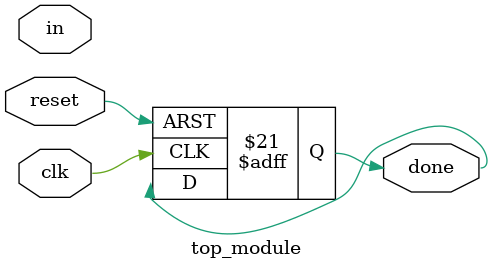
<source format=sv>
module top_module (
	input clk,
	input [7:0] in,
	input reset,
	output done
);

	// Define states
	typedef enum logic [1:0] {
		IDLE,
		WAIT_BYTE1,
		WAIT_BYTE2,
		WAIT_BYTE3,
		DONE
	} state_type;

	// Define signals
	logic [1:0] state;
	logic [7:0] byte1;
	logic [7:0] byte2;
	logic [7:0] byte3;

	// Define FSM
	always_ff @(posedge clk or posedge reset) begin
		if (reset) begin
			state <= IDLE;
			byte1 <= 0;
			byte2 <= 0;
			byte3 <= 0;
			done <= 0;
		end else begin
			case (state)
				IDLE: begin
					if (in[3] == 1) begin
						byte1 <= in;
						state <= WAIT_BYTE2;
					end
				end
				WAIT_BYTE2: begin
					byte2 <= in;
					state <= WAIT_BYTE3;
				end
				WAIT_BYTE3: begin
					byte3 <= in;
					state <= DONE;
				end
				DONE: begin
					if (in[3] == 1) begin
						byte1 <= in;
						state <= WAIT_BYTE2;
					end else begin
						state <= IDLE;
						done <= 1;
					end
				end
			endcase
		end
	end
endmodule

</source>
